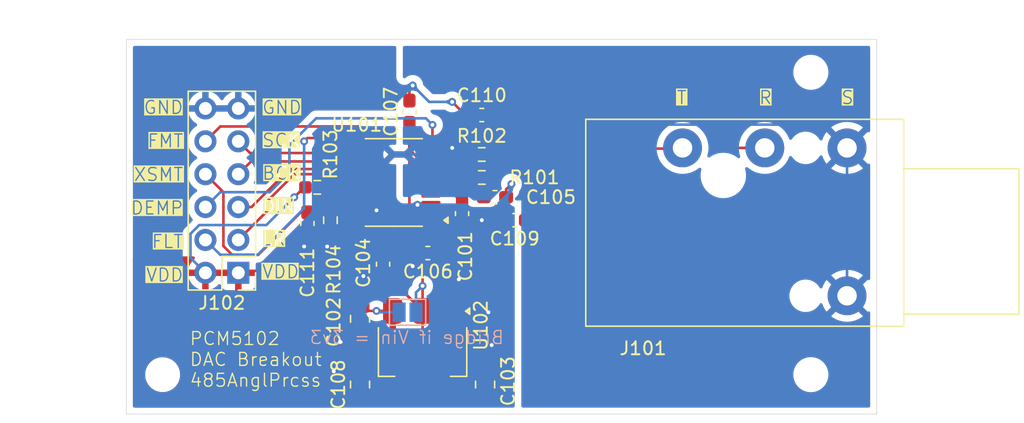
<source format=kicad_pcb>
(kicad_pcb (version 20240108) (generator "pcbnew") (generator_version "8.0")
  (layers (0 "F.Cu" signal) (31 "B.Cu" signal) (34 "B.Paste" user) (35 "F.Paste" user) (36 "B.SilkS" user "B.Silkscreen") (37 "F.SilkS" user "F.Silkscreen") (38 "B.Mask" user) (39 "F.Mask" user) (44 "Edge.Cuts" user))
  (net 0 "")
  (net 1 "Net-(U101-CAPP)")
  (net 2 "Net-(U101-CAPM)")
  (net 3 "GND")
  (net 4 "VDD")
  (net 5 "+3V3")
  (net 6 "Net-(U101-LDOO)")
  (net 7 "Net-(U101-VNEG)")
  (net 8 "Net-(J101-IN1)")
  (net 9 "Net-(J101-IN2)")
  (net 10 "/XSMT")
  (net 11 "/FMT")
  (net 12 "/DEMP")
  (net 13 "/FLT")
  (net 14 "GNDA")
  (net 15 "Net-(U101-OUTL)")
  (net 16 "Net-(U101-OUTR)")
  (net 17 "/SCK")
  (net 18 "/DIN")
  (net 19 "/LRCK")
  (net 20 "/BCK")
  (footprint "Capacitor_SMD:C_0603_1608Metric_Pad1.08x0.95mm_HandSolder" (layer "F.Cu") (at 148.336 74.422 -90)
    (property "Reference" "C111" (at 3.81 0 90) (layer "F.SilkS"))
    (property "Value" "2.2uF")
    (fp_line (start -0.146267 0.51) (end 0.146267 0.51) (stroke (width 0.12)) (layer "F.SilkS"))
    (fp_line (start -0.146267 -0.51) (end 0.146267 -0.51) (stroke (width 0.12)) (layer "F.SilkS"))
    (pad "1" smd roundrect (at -0.8625 0 270) (size 1.075 0.95) (layers "F.Cu" "F.Paste" "F.Mask") (net 10 "/XSMT"))
    (pad "2" smd roundrect (at 0.8625 0 270) (size 1.075 0.95) (layers "F.Cu" "F.Paste" "F.Mask") (net 3 "GND"))
  )
  (footprint "Capacitor_SMD:C_0603_1608Metric_Pad1.08x0.95mm_HandSolder" (layer "F.Cu") (at 157.6335 76.708 180)
    (property "Reference" "C106" (at 0 -1.43 0) (layer "F.SilkS"))
    (property "Value" "0.1uF")
    (fp_line (start -0.146267 0.51) (end 0.146267 0.51) (stroke (width 0.12)) (layer "F.SilkS"))
    (fp_line (start -0.146267 -0.51) (end 0.146267 -0.51) (stroke (width 0.12)) (layer "F.SilkS"))
    (pad "1" smd roundrect (at -0.8625 0 180) (size 1.075 0.95) (layers "F.Cu" "F.Paste" "F.Mask") (net 5 "+3V3"))
    (pad "2" smd roundrect (at 0.8625 0 180) (size 1.075 0.95) (layers "F.Cu" "F.Paste" "F.Mask") (net 3 "GND"))
  )
  (footprint "MountingHole:MountingHole_2.2mm_M2_DIN965" (layer "F.Cu") (at 187.198 86.106)
    (property "Reference" "REF**" (hide yes))
    (property "Value" "MountingHole_2.2mm_M2_DIN965")
    (pad "" np_thru_hole circle (at 0 0) (size 2.2 2.2) (drill 2.2) (layers "*.Cu" "*.Mask"))
  )
  (footprint "Resistor_SMD:R_0603_1608Metric_Pad0.98x0.95mm_HandSolder" (layer "F.Cu") (at 149.098 71.628)
    (property "Reference" "R103" (at 1.016 -2.54 90) (layer "F.SilkS"))
    (property "Value" "10k")
    (fp_line (start -0.254724 -0.5225) (end 0.254724 -0.5225) (stroke (width 0.12)) (layer "F.SilkS"))
    (fp_line (start -0.254724 0.5225) (end 0.254724 0.5225) (stroke (width 0.12)) (layer "F.SilkS"))
    (pad "1" smd roundrect (at -0.9125 0) (size 0.975 0.95) (layers "F.Cu" "F.Paste" "F.Mask") (net 4 "VDD"))
    (pad "2" smd roundrect (at 0.9125 0) (size 0.975 0.95) (layers "F.Cu" "F.Paste" "F.Mask") (net 10 "/XSMT"))
  )
  (footprint "Capacitor_SMD:C_0603_1608Metric_Pad1.08x0.95mm_HandSolder" (layer "F.Cu") (at 156.21 65.786 90)
    (property "Reference" "C107" (at 0 -1.43 90) (layer "F.SilkS"))
    (property "Value" "0.1uF")
    (fp_line (start -0.146267 -0.51) (end 0.146267 -0.51) (stroke (width 0.12)) (layer "F.SilkS"))
    (fp_line (start -0.146267 0.51) (end 0.146267 0.51) (stroke (width 0.12)) (layer "F.SilkS"))
    (pad "1" smd roundrect (at -0.8625 0 90) (size 1.075 0.95) (layers "F.Cu" "F.Paste" "F.Mask") (net 5 "+3V3"))
    (pad "2" smd roundrect (at 0.8625 0 90) (size 1.075 0.95) (layers "F.Cu" "F.Paste" "F.Mask") (net 3 "GND"))
  )
  (footprint "MountingHole:MountingHole_2.2mm_M2_DIN965" (layer "F.Cu") (at 137.16 86.106)
    (property "Reference" "REF**" (hide yes))
    (property "Value" "MountingHole_2.2mm_M2_DIN965")
    (pad "" np_thru_hole circle (at 0 0) (size 2.2 2.2) (drill 2.2) (layers "F&B.Cu" "*.Mask"))
  )
  (footprint "Capacitor_SMD:C_0805_2012Metric_Pad1.18x1.45mm_HandSolder" (layer "F.Cu") (at 152.4 81.788 -90)
    (property "Reference" "C102" (at 0.254 2.032 90) (layer "F.SilkS"))
    (property "Value" "10uF")
    (fp_line (start -0.261252 0.735) (end 0.261252 0.735) (stroke (width 0.12)) (layer "F.SilkS"))
    (fp_line (start -0.261252 -0.735) (end 0.261252 -0.735) (stroke (width 0.12)) (layer "F.SilkS"))
    (pad "1" smd roundrect (at -1.0375 0 270) (size 1.175 1.45) (layers "F.Cu" "F.Paste" "F.Mask") (roundrect_rratio 0.212766) (net 4 "VDD"))
    (pad "2" smd roundrect (at 1.0375 0 270) (size 1.175 1.45) (layers "F.Cu" "F.Paste" "F.Mask") (roundrect_rratio 0.212766) (net 3 "GND"))
  )
  (footprint "Capacitor_SMD:C_0805_2012Metric_Pad1.18x1.45mm_HandSolder" (layer "F.Cu") (at 162.052 86.868 90)
    (property "Reference" "C103" (at 0.254 1.778 90) (layer "F.SilkS"))
    (property "Value" "10uF")
    (fp_line (start -0.261252 -0.735) (end 0.261252 -0.735) (stroke (width 0.12)) (layer "F.SilkS"))
    (fp_line (start -0.261252 0.735) (end 0.261252 0.735) (stroke (width 0.12)) (layer "F.SilkS"))
    (pad "1" smd roundrect (at -1.0375 0 90) (size 1.175 1.45) (layers "F.Cu" "F.Paste" "F.Mask") (roundrect_rratio 0.212766) (net 5 "+3V3"))
    (pad "2" smd roundrect (at 1.0375 0 90) (size 1.175 1.45) (layers "F.Cu" "F.Paste" "F.Mask") (roundrect_rratio 0.212766) (net 3 "GND"))
  )
  (footprint "MountingHole:MountingHole_2.2mm_M2_DIN965" (layer "F.Cu") (at 187.198 62.738)
    (property "Reference" "REF**" (hide yes))
    (property "Value" "MountingHole_2.2mm_M2_DIN965")
    (pad "" np_thru_hole circle (at 0 0) (size 2.2 2.2) (drill 2.2) (layers "F&B.Cu" "*.Mask"))
  )
  (footprint "Capacitor_SMD:C_0603_1608Metric_Pad1.08x0.95mm_HandSolder" (layer "F.Cu") (at 164.338 74.168 180)
    (property "Reference" "C109" (at 0 -1.43 0) (layer "F.SilkS"))
    (property "Value" "0.1uF")
    (fp_line (start -0.146267 0.51) (end 0.146267 0.51) (stroke (width 0.12)) (layer "F.SilkS"))
    (fp_line (start -0.146267 -0.51) (end 0.146267 -0.51) (stroke (width 0.12)) (layer "F.SilkS"))
    (pad "1" smd roundrect (at -0.8625 0 180) (size 1.075 0.95) (layers "F.Cu" "F.Paste" "F.Mask") (net 8 "Net-(J101-IN1)"))
    (pad "2" smd roundrect (at 0.8625 0 180) (size 1.075 0.95) (layers "F.Cu" "F.Paste" "F.Mask") (net 3 "GND"))
  )
  (footprint "Capacitor_SMD:C_0603_1608Metric_Pad1.08x0.95mm_HandSolder" (layer "F.Cu") (at 161.798 66.04 180)
    (property "Reference" "C110" (at 0 1.524 0) (layer "F.SilkS"))
    (property "Value" "0.1uF")
    (fp_line (start -0.146267 0.51) (end 0.146267 0.51) (stroke (width 0.12)) (layer "F.SilkS"))
    (fp_line (start -0.146267 -0.51) (end 0.146267 -0.51) (stroke (width 0.12)) (layer "F.SilkS"))
    (pad "1" smd roundrect (at -0.8625 0 180) (size 1.075 0.95) (layers "F.Cu" "F.Paste" "F.Mask") (net 9 "Net-(J101-IN2)"))
    (pad "2" smd roundrect (at 0.8625 0 180) (size 1.075 0.95) (layers "F.Cu" "F.Paste" "F.Mask") (net 3 "GND"))
  )
  (footprint "Connector_Audio:Jack_6.35mm_Neutrik_NRJ3HF-1_Horizontal" (layer "F.Cu") (at 177.292 68.58)
    (property "Reference" "J101" (at -3.048 15.494 0) (layer "F.SilkS"))
    (property "Value" "Conn_Coaxial_x2")
    (fp_line (start -7.47 -2.21) (end 17.07 -2.21) (stroke (width 0.12)) (layer "F.SilkS"))
    (fp_line (start -7.47 13.78) (end -7.47 -2.21) (stroke (width 0.12)) (layer "F.SilkS"))
    (fp_line (start -7.47 13.78) (end 17.07 13.78) (stroke (width 0.12)) (layer "F.SilkS"))
    (fp_line (start 17.07 -2.21) (end 17.07 13.78) (stroke (width 0.12)) (layer "F.SilkS"))
    (fp_line (start 25.97 1.61) (end 17.07 1.61) (stroke (width 0.12)) (layer "F.SilkS"))
    (fp_line (start 25.97 12.85) (end 17.07 12.85) (stroke (width 0.12)) (layer "F.SilkS"))
    (fp_line (start 25.97 12.85) (end 25.97 1.61) (stroke (width 0.12)) (layer "F.SilkS"))
    (pad "" np_thru_hole circle (at 3.15 2.13) (size 3 3) (drill 3) (layers "*.Cu" "*.Mask"))
    (pad "" np_thru_hole circle (at 9.5 0) (size 2 2) (drill 2) (layers "*.Cu" "*.Mask"))
    (pad "" np_thru_hole circle (at 9.5 11.43) (size 2 2) (drill 2) (layers "*.Cu" "*.Mask"))
    (pad "1" thru_hole circle (at 0 0) (size 3 3) (drill 1.5) (layers "*.Cu" "*.Mask") (net 8 "Net-(J101-IN1)"))
    (pad "2" thru_hole circle (at 6.35 0) (size 3 3) (drill 1.5) (layers "*.Cu" "*.Mask") (net 9 "Net-(J101-IN2)"))
    (pad "3" thru_hole circle (at 12.7 0) (size 3 3) (drill 1.5) (layers "*.Cu" "*.Mask") (net 14 "GNDA"))
    (pad "3" thru_hole circle (at 12.7 11.43) (size 3 3) (drill 1.5) (layers "*.Cu" "*.Mask") (net 14 "GNDA"))
  )
  (footprint "Capacitor_SMD:C_0603_1608Metric_Pad1.08x0.95mm_HandSolder" (layer "F.Cu") (at 160.274 73.66 90)
    (property "Reference" "C101" (at -3.302 0.254 90) (layer "F.SilkS"))
    (property "Value" "2.2uF")
    (fp_line (start -0.146267 -0.51) (end 0.146267 -0.51) (stroke (width 0.12)) (layer "F.SilkS"))
    (fp_line (start -0.146267 0.51) (end 0.146267 0.51) (stroke (width 0.12)) (layer "F.SilkS"))
    (pad "1" smd roundrect (at -0.8625 0 90) (size 1.075 0.95) (layers "F.Cu" "F.Paste" "F.Mask") (net 1 "Net-(U101-CAPP)"))
    (pad "2" smd roundrect (at 0.8625 0 90) (size 1.075 0.95) (layers "F.Cu" "F.Paste" "F.Mask") (net 2 "Net-(U101-CAPM)"))
  )
  (footprint "Capacitor_SMD:C_0805_2012Metric_Pad1.18x1.45mm_HandSolder" (layer "F.Cu") (at 152.4 86.868 90)
    (property "Reference" "C108" (at 0 -1.68 90) (layer "F.SilkS"))
    (property "Value" "10uF")
    (fp_line (start -0.261252 -0.735) (end 0.261252 -0.735) (stroke (width 0.12)) (layer "F.SilkS"))
    (fp_line (start -0.261252 0.735) (end 0.261252 0.735) (stroke (width 0.12)) (layer "F.SilkS"))
    (pad "1" smd roundrect (at -1.0375 0 90) (size 1.175 1.45) (layers "F.Cu" "F.Paste" "F.Mask") (roundrect_rratio 0.212766) (net 5 "+3V3"))
    (pad "2" smd roundrect (at 1.0375 0 90) (size 1.175 1.45) (layers "F.Cu" "F.Paste" "F.Mask") (roundrect_rratio 0.212766) (net 3 "GND"))
  )
  (footprint "Capacitor_SMD:C_0603_1608Metric_Pad1.08x0.95mm_HandSolder" (layer "F.Cu") (at 154.178 77.5705 -90)
    (property "Reference" "C104" (at -0.1005 1.524 90) (layer "F.SilkS"))
    (property "Value" "0.1uF")
    (fp_line (start -0.146267 0.51) (end 0.146267 0.51) (stroke (width 0.12)) (layer "F.SilkS"))
    (fp_line (start -0.146267 -0.51) (end 0.146267 -0.51) (stroke (width 0.12)) (layer "F.SilkS"))
    (pad "1" smd roundrect (at -0.8625 0 270) (size 1.075 0.95) (layers "F.Cu" "F.Paste" "F.Mask") (net 6 "Net-(U101-LDOO)"))
    (pad "2" smd roundrect (at 0.8625 0 270) (size 1.075 0.95) (layers "F.Cu" "F.Paste" "F.Mask") (net 3 "GND"))
  )
  (footprint "Package_TO_SOT_SMD:SOT-223-3_TabPin2" (layer "F.Cu") (at 157.226 84.328 -90)
    (property "Reference" "U102" (at -2.032 -4.5 90) (layer "F.SilkS"))
    (property "Value" "AZ1117-3.3")
    (fp_line (start -1.85 3.41) (end 1.91 3.41) (stroke (width 0.12)) (layer "F.SilkS"))
    (fp_line (start 1.91 3.41) (end 1.91 2.15) (stroke (width 0.12)) (layer "F.SilkS"))
    (fp_line (start -1.85 -3.41) (end 1.91 -3.41) (stroke (width 0.12)) (layer "F.SilkS"))
    (fp_line (start 1.91 -3.41) (end 1.91 -2.15) (stroke (width 0.12)) (layer "F.SilkS"))
    (fp_poly (pts (xy -3.13 -3.31) (xy -3.37 -3.64) (xy -2.89 -3.64) (xy -3.13 -3.31)) (stroke (width 0.12)) (fill solid) (layer "F.SilkS"))
    (pad "1" smd roundrect (at -3.15 -2.3 270) (size 2 1.5) (layers "F.Cu" "F.Paste" "F.Mask") (net 3 "GND"))
    (pad "2" smd roundrect (at -3.15 0 270) (size 2 1.5) (layers "F.Cu" "F.Paste" "F.Mask") (net 5 "+3V3"))
    (pad "2" smd roundrect (at 3.15 0 270) (size 2 3.8) (layers "F.Cu" "F.Paste" "F.Mask") (net 5 "+3V3"))
    (pad "3" smd roundrect (at -3.15 2.3 270) (size 2 1.5) (layers "F.Cu" "F.Paste" "F.Mask") (net 4 "VDD"))
  )
  (footprint "Capacitor_SMD:C_0603_1608Metric_Pad1.08x0.95mm_HandSolder" (layer "F.Cu") (at 162.814 72.39)
    (property "Reference" "C105" (at 4.318 0 180) (layer "F.SilkS"))
    (property "Value" "0.1uF")
    (fp_line (start -0.146267 -0.51) (end 0.146267 -0.51) (stroke (width 0.12)) (layer "F.SilkS"))
    (fp_line (start -0.146267 0.51) (end 0.146267 0.51) (stroke (width 0.12)) (layer "F.SilkS"))
    (pad "1" smd roundrect (at -0.8625 0) (size 1.075 0.95) (layers "F.Cu" "F.Paste" "F.Mask") (net 7 "Net-(U101-VNEG)"))
    (pad "2" smd roundrect (at 0.8625 0) (size 1.075 0.95) (layers "F.Cu" "F.Paste" "F.Mask") (net 3 "GND"))
  )
  (footprint "Resistor_SMD:R_0603_1608Metric_Pad0.98x0.95mm_HandSolder" (layer "F.Cu") (at 150.114 74.168 -90)
    (property "Reference" "R104" (at 3.81 -0.254 90) (layer "F.SilkS"))
    (property "Value" "3.3k")
    (fp_line (start -0.254724 0.5225) (end 0.254724 0.5225) (stroke (width 0.12)) (layer "F.SilkS"))
    (fp_line (start -0.254724 -0.5225) (end 0.254724 -0.5225) (stroke (width 0.12)) (layer "F.SilkS"))
    (pad "1" smd roundrect (at -0.9125 0 270) (size 0.975 0.95) (layers "F.Cu" "F.Paste" "F.Mask") (net 10 "/XSMT"))
    (pad "2" smd roundrect (at 0.9125 0 270) (size 0.975 0.95) (layers "F.Cu" "F.Paste" "F.Mask") (net 3 "GND"))
  )
  (footprint "Resistor_SMD:R_0603_1608Metric_Pad0.98x0.95mm_HandSolder" (layer "F.Cu") (at 161.798 70.866)
    (property "Reference" "R101" (at 4.064 0 180) (layer "F.SilkS"))
    (property "Value" "75")
    (fp_line (start -0.254724 -0.5225) (end 0.254724 -0.5225) (stroke (width 0.12)) (layer "F.SilkS"))
    (fp_line (start -0.254724 0.5225) (end 0.254724 0.5225) (stroke (width 0.12)) (layer "F.SilkS"))
    (pad "1" smd roundrect (at -0.9125 0) (size 0.975 0.95) (layers "F.Cu" "F.Paste" "F.Mask") (net 15 "Net-(U101-OUTL)"))
    (pad "2" smd roundrect (at 0.9125 0) (size 0.975 0.95) (layers "F.Cu" "F.Paste" "F.Mask") (net 8 "Net-(J101-IN1)"))
  )
  (footprint "Connector_PinHeader_2.54mm:PinHeader_2x06_P2.54mm_Vertical" (layer "F.Cu") (at 143.002 78.232 180)
    (property "Reference" "J102" (at 1.27 -2.33 0) (layer "F.SilkS"))
    (property "Value" "Conn_02x06_Odd_Even")
    (fp_line (start 3.87 -1.33) (end 3.87 14.03) (stroke (width 0.12)) (layer "F.SilkS"))
    (fp_line (start 1.27 1.27) (end 1.27 -1.33) (stroke (width 0.12)) (layer "F.SilkS"))
    (fp_line (start 1.27 -1.33) (end 3.87 -1.33) (stroke (width 0.12)) (layer "F.SilkS"))
    (fp_line (start -1.33 14.03) (end 3.87 14.03) (stroke (width 0.12)) (layer "F.SilkS"))
    (fp_line (start -1.33 1.27) (end 1.27 1.27) (stroke (width 0.12)) (layer "F.SilkS"))
    (fp_line (start -1.33 1.27) (end -1.33 14.03) (stroke (width 0.12)) (layer "F.SilkS"))
    (fp_line (start -1.33 0) (end -1.33 -1.33) (stroke (width 0.12)) (layer "F.SilkS"))
    (fp_line (start -1.33 -1.33) (end 0 -1.33) (stroke (width 0.12)) (layer "F.SilkS"))
    (pad "1" thru_hole rect (at 0 0 180) (size 1.7 1.7) (drill 1) (layers "*.Cu" "*.Mask") (net 4 "VDD"))
    (pad "2" thru_hole oval (at 2.54 0 180) (size 1.7 1.7) (drill 1) (layers "*.Cu" "*.Mask") (net 4 "VDD"))
    (pad "3" thru_hole oval (at 0 2.54 180) (size 1.7 1.7) (drill 1) (layers "*.Cu" "*.Mask") (net 19 "/LRCK"))
    (pad "4" thru_hole oval (at 2.54 2.54 180) (size 1.7 1.7) (drill 1) (layers "*.Cu" "*.Mask") (net 13 "/FLT"))
    (pad "5" thru_hole oval (at 0 5.08 180) (size 1.7 1.7) (drill 1) (layers "*.Cu" "*.Mask") (net 18 "/DIN"))
    (pad "6" thru_hole oval (at 2.54 5.08 180) (size 1.7 1.7) (drill 1) (layers "*.Cu" "*.Mask") (net 12 "/DEMP"))
    (pad "7" thru_hole oval (at 0 7.62 180) (size 1.7 1.7) (drill 1) (layers "*.Cu" "*.Mask") (net 20 "/BCK"))
    (pad "8" thru_hole oval (at 2.54 7.62 180) (size 1.7 1.7) (drill 1) (layers "*.Cu" "*.Mask") (net 10 "/XSMT"))
    (pad "9" thru_hole oval (at 0 10.16 180) (size 1.7 1.7) (drill 1) (layers "*.Cu" "*.Mask") (net 17 "/SCK"))
    (pad "10" thru_hole oval (at 2.54 10.16 180) (size 1.7 1.7) (drill 1) (layers "*.Cu" "*.Mask") (net 11 "/FMT"))
    (pad "11" thru_hole oval (at 0 12.7 180) (size 1.7 1.7) (drill 1) (layers "*.Cu" "*.Mask") (net 3 "GND"))
    (pad "12" thru_hole oval (at 2.54 12.7 180) (size 1.7 1.7) (drill 1) (layers "*.Cu" "*.Mask") (net 3 "GND"))
  )
  (footprint "Resistor_SMD:R_0603_1608Metric_Pad0.98x0.95mm_HandSolder" (layer "F.Cu") (at 161.798 69.088)
    (property "Reference" "R102" (at 0 -1.43 0) (layer "F.SilkS"))
    (property "Value" "75")
    (fp_line (start -0.254724 -0.5225) (end 0.254724 -0.5225) (stroke (width 0.12)) (layer "F.SilkS"))
    (fp_line (start -0.254724 0.5225) (end 0.254724 0.5225) (stroke (width 0.12)) (layer "F.SilkS"))
    (pad "1" smd roundrect (at -0.9125 0) (size 0.975 0.95) (layers "F.Cu" "F.Paste" "F.Mask") (net 16 "Net-(U101-OUTR)"))
    (pad "2" smd roundrect (at 0.9125 0) (size 0.975 0.95) (layers "F.Cu" "F.Paste" "F.Mask") (net 9 "Net-(J101-IN2)"))
  )
  (footprint "Package_SO:TSSOP-20_4.4x6.5mm_P0.65mm" (layer "F.Cu") (at 155.0085 71.251 180)
    (property "Reference" "U101" (at 2.8625 4.449 0) (layer "F.SilkS"))
    (property "Value" "PCM5102A")
    (fp_line (start 0 3.385) (end 2.2 3.385) (stroke (width 0.12)) (layer "F.SilkS"))
    (fp_line (start 0 3.385) (end -2.2 3.385) (stroke (width 0.12)) (layer "F.SilkS"))
    (fp_line (start 0 -3.385) (end 2.2 -3.385) (stroke (width 0.12)) (layer "F.SilkS"))
    (fp_line (start 0 -3.385) (end -2.2 -3.385) (stroke (width 0.12)) (layer "F.SilkS"))
    (fp_poly (pts (xy -3.86 -2.925) (xy -4.19 -3.165) (xy -4.19 -2.685) (xy -3.86 -2.925)) (stroke (width 0.12)) (fill solid) (layer "F.SilkS"))
    (pad "1" smd roundrect (at -2.8625 -2.925 180) (size 1.475 0.4) (layers "F.Cu" "F.Paste" "F.Mask") (net 5 "+3V3"))
    (pad "2" smd roundrect (at -2.8625 -2.275 180) (size 1.475 0.4) (layers "F.Cu" "F.Paste" "F.Mask") (net 1 "Net-(U101-CAPP)"))
    (pad "3" smd roundrect (at -2.8625 -1.625 180) (size 1.475 0.4) (layers "F.Cu" "F.Paste" "F.Mask") (net 3 "GND"))
    (pad "4" smd roundrect (at -2.8625 -0.975 180) (size 1.475 0.4) (layers "F.Cu" "F.Paste" "F.Mask") (net 2 "Net-(U101-CAPM)"))
    (pad "5" smd roundrect (at -2.8625 -0.325 180) (size 1.475 0.4) (layers "F.Cu" "F.Paste" "F.Mask") (net 7 "Net-(U101-VNEG)"))
    (pad "6" smd roundrect (at -2.8625 0.325 180) (size 1.475 0.4) (layers "F.Cu" "F.Paste" "F.Mask") (net 15 "Net-(U101-OUTL)"))
    (pad "7" smd roundrect (at -2.8625 0.975 180) (size 1.475 0.4) (layers "F.Cu" "F.Paste" "F.Mask") (net 16 "Net-(U101-OUTR)"))
    (pad "8" smd roundrect (at -2.8625 1.625 180) (size 1.475 0.4) (layers "F.Cu" "F.Paste" "F.Mask") (net 5 "+3V3"))
    (pad "9" smd roundrect (at -2.8625 2.275 180) (size 1.475 0.4) (layers "F.Cu" "F.Paste" "F.Mask") (net 14 "GNDA"))
    (pad "10" smd roundrect (at -2.8625 2.925 180) (size 1.475 0.4) (layers "F.Cu" "F.Paste" "F.Mask") (net 12 "/DEMP"))
    (pad "11" smd roundrect (at 2.8625 2.925 180) (size 1.475 0.4) (layers "F.Cu" "F.Paste" "F.Mask") (net 13 "/FLT"))
    (pad "12" smd roundrect (at 2.8625 2.275 180) (size 1.475 0.4) (layers "F.Cu" "F.Paste" "F.Mask") (net 17 "/SCK"))
    (pad "13" smd roundrect (at 2.8625 1.625 180) (size 1.475 0.4) (layers "F.Cu" "F.Paste" "F.Mask") (net 20 "/BCK"))
    (pad "14" smd roundrect (at 2.8625 0.975 180) (size 1.475 0.4) (layers "F.Cu" "F.Paste" "F.Mask") (net 18 "/DIN"))
    (pad "15" smd roundrect (at 2.8625 0.325 180) (size 1.475 0.4) (layers "F.Cu" "F.Paste" "F.Mask") (net 19 "/LRCK"))
    (pad "16" smd roundrect (at 2.8625 -0.325 180) (size 1.475 0.4) (layers "F.Cu" "F.Paste" "F.Mask") (net 11 "/FMT"))
    (pad "17" smd roundrect (at 2.8625 -0.975 180) (size 1.475 0.4) (layers "F.Cu" "F.Paste" "F.Mask") (net 10 "/XSMT"))
    (pad "18" smd roundrect (at 2.8625 -1.625 180) (size 1.475 0.4) (layers "F.Cu" "F.Paste" "F.Mask") (net 6 "Net-(U101-LDOO)"))
    (pad "19" smd roundrect (at 2.8625 -2.275 180) (size 1.475 0.4) (layers "F.Cu" "F.Paste" "F.Mask") (net 3 "GND"))
    (pad "20" smd roundrect (at 2.8625 -2.925 180) (size 1.475 0.4) (layers "F.Cu" "F.Paste" "F.Mask") (net 5 "+3V3"))
  )
  (footprint "Jumper:SolderJumper-2_P1.3mm_Open_Pad1.0x1.5mm" (layer "B.Cu") (at 156.068 81.28)
    (property "Reference" "JP101" (hide yes))
    (property "Value" "Jumper_2_Open")
    (fp_line (start -1.4 -1) (end 1.4 -1) (stroke (width 0.12)) (layer "B.SilkS"))
    (fp_line (start -1.4 1) (end -1.4 -1) (stroke (width 0.12)) (layer "B.SilkS"))
    (fp_line (start 1.4 -1) (end 1.4 1) (stroke (width 0.12)) (layer "B.SilkS"))
    (fp_line (start 1.4 1) (end -1.4 1) (stroke (width 0.12)) (layer "B.SilkS"))
    (pad "1" smd rect (at -0.65 0) (size 1 1.5) (layers "B.Cu" "B.Mask") (net 4 "VDD"))
    (pad "2" smd rect (at 0.65 0) (size 1 1.5) (layers "B.Cu" "B.Mask") (net 5 "+3V3"))
  )
  (footprint "NetTie:NetTie-2_SMD_Pad0.5mm" (layer "B.Cu") (at 155.44 69.088)
    (property "Reference" "NT101" (hide yes))
    (property "Value" "NetTie_2" (hide yes))
    (fp_poly (pts (xy -0.5 0.25) (xy 0.5 0.25) (xy 0.5 -0.25) (xy -0.5 -0.25)) (fill solid) (layer "B.Cu"))
    (pad "1" smd circle (at -0.5 0) (size 0.5 0.5) (layers "B.Cu") (net 3 "GND"))
    (pad "2" smd circle (at 0.5 0) (size 0.5 0.5) (layers "B.Cu") (net 14 "GNDA"))
  )
  (gr_rect (start 134.366 60.198) (end 192.278 89.154) (stroke (width 0.05)) (fill none) (layer "Edge.Cuts"))
  (gr_text "Bridge if Vin = 3v3" (at 163.576 83.82 0) (layer "B.SilkS") (effects (font (size 1 1) (thickness 0.1)) (justify left bottom mirror)))
  (gr_text "S" (at 189.484 65.278 0) (layer "F.SilkS" knockout) (effects (font (size 1 1) (thickness 0.1)) (justify left bottom)))
  (gr_text "BCK" (at 144.78 71.12 0) (layer "F.SilkS" knockout) (effects (font (size 1 1) (thickness 0.1)) (justify left bottom)))
  (gr_text "VDD" (at 144.78 78.74 0) (layer "F.SilkS" knockout) (effects (font (size 1 1) (thickness 0.1)) (justify left bottom)))
  (gr_text "T" (at 176.784 65.278 0) (layer "F.SilkS" knockout) (effects (font (size 1 1) (thickness 0.1)) (justify left bottom)))
  (gr_text "PCM5102\nDAC Breakout\n485AnglPrcss" (at 139.192 87.122 0) (layer "F.SilkS") (effects (font (size 1 1) (thickness 0.1)) (justify left bottom)))
  (gr_text "DIN" (at 144.78 73.66 0) (layer "F.SilkS" knockout) (effects (font (size 1 1) (thickness 0.1)) (justify left bottom)))
  (gr_text "LR" (at 144.78 76.2 0) (layer "F.SilkS" knockout) (effects (font (size 1 1) (thickness 0.1)) (justify left bottom)))
  (gr_text "FMT" (at 135.921619 68.6308 0) (layer "F.SilkS" knockout) (effects (font (size 1 1) (thickness 0.1)) (justify left bottom)))
  (gr_text "XSMT" (at 134.874 71.2216 0) (layer "F.SilkS" knockout) (effects (font (size 1 1) (thickness 0.1)) (justify left bottom)))
  (gr_text "VDD" (at 135.826381 78.994 0) (layer "F.SilkS" knockout) (effects (font (size 1 1) (thickness 0.1)) (justify left bottom)))
  (gr_text "R" (at 183.134 65.278 0) (layer "F.SilkS" knockout) (effects (font (size 1 1) (thickness 0.1)) (justify left bottom)))
  (gr_text "SCK" (at 144.78 68.58 0) (layer "F.SilkS" knockout) (effects (font (size 1 1) (thickness 0.1)) (justify left bottom)))
  (gr_text "DEMP" (at 134.635905 73.8124 0) (layer "F.SilkS" knockout) (effects (font (size 1 1) (thickness 0.1)) (justify left bottom)))
  (gr_text "FLT" (at 136.254952 76.4032 0) (layer "F.SilkS" knockout) (effects (font (size 1 1) (thickness 0.1)) (justify left bottom)))
  (gr_text "GND" (at 135.635905 66.04 0) (layer "F.SilkS" knockout) (effects (font (size 1 1) (thickness 0.1)) (justify left bottom)))
  (gr_text "GND" (at 144.78 66.04 0) (layer "F.SilkS" knockout) (effects (font (size 1 1) (thickness 0.1)) (justify left bottom)))
  (segment (start 160.274 74.5225) (end 159.2775 73.526) (width 0.2) (layer "F.Cu") (net 1))
  (segment (start 159.2775 73.526) (end 157.871 73.526) (width 0.2) (layer "F.Cu") (net 1))
  (segment (start 159.7025 72.226) (end 157.871 72.226) (width 0.2) (layer "F.Cu") (net 2))
  (segment (start 160.274 72.7975) (end 159.7025 72.226) (width 0.2) (layer "F.Cu") (net 2))
  (segment (start 157.9345 72.2895) (end 157.871 72.226) (width 0.2) (layer "F.Cu") (net 2))
  (segment (start 163.6765 71.7815) (end 164.084 71.374) (width 0.2) (layer "F.Cu") (net 3))
  (segment (start 152.707 78.433) (end 152.654 78.486) (width 0.2) (layer "F.Cu") (net 3))
  (segment (start 150.114 75.0805) (end 149.86 75.3345) (width 0.2) (layer "F.Cu") (net 3))
  (segment (start 153.55 73.526) (end 153.67 73.406) (width 0.2) (layer "F.Cu") (net 3))
  (segment (start 159.526 81.178) (end 162.204 81.178) (width 0.2) (layer "F.Cu") (net 3))
  (segment (start 156.771 76.708) (end 156.771 77.417) (width 0.2) (layer "F.Cu") (net 3))
  (segment (start 156.21 64.008) (end 156.464 63.754) (width 0.2) (layer "F.Cu") (net 3))
  (segment (start 154.178 78.433) (end 152.707 78.433) (width 0.2) (layer "F.Cu") (net 3))
  (segment (start 148.082 75.5385) (end 148.082 76.2) (width 0.2) (layer "F.Cu") (net 3))
  (segment (start 149.86 75.3345) (end 149.86 76.2) (width 0.2) (layer "F.Cu") (net 3))
  (segment (start 157.871 72.876) (end 157.133501 72.876) (width 0.2) (layer "F.Cu") (net 3))
  (segment (start 156.771 73.238501) (end 156.771 76.708) (width 0.2) (layer "F.Cu") (net 3))
  (segment (start 156.933771 72.876) (end 156.832187 72.977584) (width 0.2) (layer "F.Cu") (net 3))
  (segment (start 150.3895 85.8305) (end 150.368 85.852) (width 0.2) (layer "F.Cu") (net 3))
  (segment (start 157.133501 72.876) (end 156.771 73.238501) (width 0.2) (layer "F.Cu") (net 3))
  (segment (start 162.204 81.178) (end 162.306 81.28) (width 0.2) (layer "F.Cu") (net 3))
  (segment (start 160.9355 66.04) (end 160.528 66.04) (width 0.2) (layer "F.Cu") (net 3))
  (segment (start 159.526 79.234) (end 160.02 78.74) (width 0.2) (layer "F.Cu") (net 3))
  (segment (start 163.6765 72.39) (end 163.6765 71.7815) (width 0.2) (layer "F.Cu") (net 3))
  (segment (start 161.798 74.168) (end 163.4755 74.168) (width 0.2) (layer "F.Cu") (net 3))
  (segment (start 150.114 74.62425) (end 151.21225 73.526) (width 0.2) (layer "F.Cu") (net 3))
  (segment (start 157.871 72.876) (end 156.933771 72.876) (width 0.2) (layer "F.Cu") (net 3))
  (segment (start 152.146 73.526) (end 153.55 73.526) (width 0.2) (layer "F.Cu") (net 3))
  (segment (start 162.052 85.8305) (end 162.052 84.328) (width 0.2) (layer "F.Cu") (net 3))
  (segment (start 152.4 85.8305) (end 150.3895 85.8305) (width 0.2) (layer "F.Cu") (net 3))
  (segment (start 148.336 75.2845) (end 148.082 75.5385) (width 0.2) (layer "F.Cu") (net 3))
  (segment (start 160.528 66.04) (end 159.512 65.024) (width 0.2) (layer "F.Cu") (net 3))
  (segment (start 156.771 77.417) (end 156.464 77.724) (width 0.2) (layer "F.Cu") (net 3))
  (segment (start 159.526 81.178) (end 159.526 79.234) (width 0.2) (layer "F.Cu") (net 3))
  (segment (start 151.6165 82.8255) (end 150.876 83.566) (width 0.2) (layer "F.Cu") (net 3))
  (segment (start 150.114 75.0805) (end 150.114 74.62425) (width 0.2) (layer "F.Cu") (net 3))
  (segment (start 162.052 84.328) (end 162.56 83.82) (width 0.2) (layer "F.Cu") (net 3))
  (segment (start 151.21225 73.526) (end 152.146 73.526) (width 0.2) (layer "F.Cu") (net 3))
  (segment (start 152.4 82.8255) (end 151.6165 82.8255) (width 0.2) (layer "F.Cu") (net 3))
  (segment (start 156.21 64.9235) (end 156.21 64.008) (width 0.2) (layer "F.Cu") (net 3))
  (via (at 149.86 76.2) (size 0.6) (drill 0.3) (layers "F.Cu" "B.Cu") (net 3))
  (via (at 162.56 83.82) (size 0.6) (drill 0.3) (layers "F.Cu" "B.Cu") (net 3))
  (via (at 150.876 83.566) (size 0.6) (drill 0.3) (layers "F.Cu" "B.Cu") (net 3))
  (via (at 156.832187 72.977584) (size 0.6) (drill 0.3) (layers "F.Cu" "B.Cu") (net 3))
  (via (at 150.368 85.852) (size 0.6) (drill 0.3) (layers "F.Cu" "B.Cu") (net 3))
  (via (at 156.464 63.754) (size 0.6) (drill 0.3) (layers "F.Cu" "B.Cu") (net 3))
  (via (at 153.67 73.406) (size 0.6) (drill 0.3) (layers "F.Cu" "B.Cu") (net 3))
  (via (at 148.082 76.2) (size 0.6) (drill 0.3) (layers "F.Cu" "B.Cu") (net 3))
  (via (at 152.654 78.486) (size 0.6) (drill 0.3) (layers "F.Cu" "B.Cu") (net 3))
  (via (at 156.464 77.724) (size 0.6) (drill 0.3) (layers "F.Cu" "B.Cu") (net 3))
  (via (at 161.798 74.168) (size 0.6) (drill 0.3) (layers "F.Cu" "B.Cu") (net 3))
  (via (at 164.084 71.374) (size 0.6) (drill 0.3) (layers "F.Cu" "B.Cu") (net 3))
  (via (at 160.02 78.74) (size 0.6) (drill 0.3) (layers "F.Cu" "B.Cu") (net 3))
  (via (at 162.306 81.28) (size 0.6) (drill 0.3) (layers "F.Cu" "B.Cu") (net 3))
  (via (at 159.512 65.024) (size 0.6) (drill 0.3) (layers "F.Cu" "B.Cu") (net 3))
  (segment (start 156.832187 72.977584) (end 153.844416 72.977584) (width 0.2) (layer "B.Cu") (net 3))
  (segment (start 149.86 76.2) (end 150.876 76.2) (width 0.2) (layer "B.Cu") (net 3))
  (segment (start 162.306 81.026) (end 162.306 81.28) (width 0.2) (layer "B.Cu") (net 3))
  (segment (start 143.764 80.518) (end 137.922 80.518) (width 0.2) (layer "B.Cu") (net 3))
  (segment (start 146.812 83.566) (end 143.764 80.518) (width 0.2) (layer "B.Cu") (net 3))
  (segment (start 153.416 73.406) (end 153.67 73.406) (width 0.2) (layer "B.Cu") (net 3))
  (segment (start 150.876 76.2) (end 153.67 73.406) (width 0.2) (layer "B.Cu") (net 3))
  (segment (start 156.464 63.754) (end 154.686 65.532) (width 0.2) (layer "B.Cu") (net 3))
  (segment (start 164.084 71.882) (end 161.798 74.168) (width 0.2) (layer "B.Cu") (net 3))
  (segment (start 160.02 78.74) (end 162.306 81.026) (width 0.2) (layer "B.Cu") (net 3))
  (segment (start 160.607584 72.977584) (end 156.832187 72.977584) (width 0.2) (layer "B.Cu") (net 3))
  (segment (start 138.43 65.532) (end 140.462 65.532) (width 0.2) (layer "B.Cu") (net 3))
  (segment (start 150.876 83.566) (end 146.812 83.566) (width 0.2) (layer "B.Cu") (net 3))
  (segment (start 154.686 65.532) (end 143.002 65.532) (width 0.2) (layer "B.Cu") (net 3))
  (segment (start 152.654 78.486) (end 152.654 81.788) (width 0.2) (layer "B.Cu") (net 3))
  (segment (start 148.082 76.2) (end 144.9 79.382) (width 0.2) (layer "B.Cu") (net 3))
  (segment (start 153.844416 72.977584) (end 153.416 73.406) (width 0.2) (layer "B.Cu") (net 3))
  (segment (start 157.734 65.024) (end 156.464 63.754) (width 0.2) (layer "B.Cu") (net 3))
  (segment (start 149.86 76.2) (end 148.082 76.2) (width 0.2) (layer "B.Cu") (net 3))
  (segment (start 159.004 77.724) (end 160.02 78.74) (width 0.2) (layer "B.Cu") (net 3))
  (segment (start 144.9 79.382) (end 144.9 79.636) (width 0.2) (layer "B.Cu") (net 3))
  (segment (start 152.654 78.486) (end 155.702 78.486) (width 0.2) (layer "B.Cu") (net 3))
  (segment (start 162.306 83.566) (end 162.56 83.82) (width 0.2) (layer "B.Cu") (net 3))
  (segment (start 159.512 65.024) (end 157.734 65.024) (width 0.2) (layer "B.Cu") (net 3))
  (segment (start 156.464 77.724) (end 159.004 77.724) (width 0.2) (layer "B.Cu") (net 3))
  (segment (start 161.798 74.168) (end 160.607584 72.977584) (width 0.2) (layer "B.Cu") (net 3))
  (segment (start 137.922 66.04) (end 138.43 65.532) (width 0.2) (layer "B.Cu") (net 3))
  (segment (start 150.368 85.852) (end 150.368 84.074) (width 0.2) (layer "B.Cu") (net 3))
  (segment (start 162.306 81.28) (end 162.306 83.566) (width 0.2) (layer "B.Cu") (net 3))
  (segment (start 144.018 80.518) (end 143.764 80.518) (width 0.2) (layer "B.Cu") (net 3))
  (segment (start 150.368 84.074) (end 150.876 83.566) (width 0.2) (layer "B.Cu") (net 3))
  (segment (start 152.654 81.788) (end 150.876 83.566) (width 0.2) (layer "B.Cu") (net 3))
  (segment (start 144.9 79.636) (end 144.018 80.518) (width 0.2) (layer "B.Cu") (net 3))
  (segment (start 137.922 80.518) (end 137.922 66.04) (width 0.2) (layer "B.Cu") (net 3))
  (segment (start 155.702 78.486) (end 156.464 77.724) (width 0.2) (layer "B.Cu") (net 3))
  (segment (start 164.084 71.374) (end 164.084 71.882) (width 0.2) (layer "B.Cu") (net 3))
  (segment (start 143.002 78.232) (end 144.272 78.232) (width 0.2) (layer "F.Cu") (net 4))
  (segment (start 148.082 71.628) (end 147.32 72.39) (width 0.2) (layer "F.Cu") (net 4))
  (segment (start 148.1855 71.628) (end 148.082 71.628) (width 0.2) (layer "F.Cu") (net 4))
  (segment (start 140.462 78.232) (end 143.002 78.232) (width 0.2) (layer "F.Cu") (net 4))
  (segment (start 153.67 81.178) (end 152.8275 81.178) (width 0.2) (layer "F.Cu") (net 4))
  (segment (start 152.8275 81.178) (end 152.4 80.7505) (width 0.2) (layer "F.Cu") (net 4))
  (segment (start 154.926 81.178) (end 153.67 81.178) (width 0.2) (layer "F.Cu") (net 4))
  (segment (start 146.7905 80.7505) (end 152.4 80.7505) (width 0.2) (layer "F.Cu") (net 4))
  (segment (start 144.272 78.232) (end 146.7905 80.7505) (width 0.2) (layer "F.Cu") (net 4))
  (via (at 153.67 81.178) (size 0.6) (drill 0.3) (layers "F.Cu" "B.Cu") (net 4))
  (via (at 147.32 72.39) (size 0.6) (drill 0.3) (layers "F.Cu" "B.Cu") (net 4))
  (segment (start 139.985654 74.542) (end 139.312 75.215654) (width 0.2) (layer "B.Cu") (net 4))
  (segment (start 155.418 81.28) (end 153.772 81.28) (width 0.2) (layer "B.Cu") (net 4))
  (segment (start 145.168 74.542) (end 139.985654 74.542) (width 0.2) (layer "B.Cu") (net 4))
  (segment (start 153.772 81.28) (end 153.67 81.178) (width 0.2) (layer "B.Cu") (net 4))
  (segment (start 139.312 77.082) (end 140.462 78.232) (width 0.2) (layer "B.Cu") (net 4))
  (segment (start 139.312 75.215654) (end 139.312 77.082) (width 0.2) (layer "B.Cu") (net 4))
  (segment (start 147.32 72.39) (end 145.168 74.542) (width 0.2) (layer "B.Cu") (net 4))
  (segment (start 157.133501 69.626) (end 157.871 69.626) (width 0.2) (layer "F.Cu") (net 5))
  (segment (start 162.052 87.9055) (end 157.6535 87.9055) (width 0.2) (layer "F.Cu") (net 5))
  (segment (start 157.226 87.478) (end 152.8275 87.478) (width 0.2) (layer "F.Cu") (net 5))
  (segment (start 157.6535 87.9055) (end 157.226 87.478) (width 0.2) (layer "F.Cu") (net 5))
  (segment (start 156.21 68.702499) (end 157.133501 69.626) (width 0.2) (layer "F.Cu") (net 5))
  (segment (start 158.496 76.708) (end 158.496 74.801) (width 0.2) (layer "F.Cu") (net 5))
  (segment (start 151.946 74.376) (end 151.946 78.626529) (width 0.2) (layer "F.Cu") (net 5))
  (segment (start 153.197471 79.878) (end 155.926 79.878) (width 0.2) (layer "F.Cu") (net 5))
  (segment (start 158.496 74.801) (end 157.871 74.176) (width 0.2) (layer "F.Cu") (net 5))
  (segment (start 151.946 78.626529) (end 153.197471 79.878) (width 0.2) (layer "F.Cu") (net 5))
  (segment (start 157.226 87.478) (end 157.226 81.178) (width 0.2) (layer "F.Cu") (net 5))
  (segment (start 152.8275 87.478) (end 152.4 87.9055) (width 0.2) (layer "F.Cu") (net 5))
  (segment (start 157.226 77.978) (end 158.496 76.708) (width 0.2) (layer "F.Cu") (net 5))
  (segment (start 157.226 81.178) (end 157.226 79.248) (width 0.2) (layer "F.Cu") (net 5))
  (segment (start 157.226 79.248) (end 157.226 77.978) (width 0.2) (layer "F.Cu") (net 5))
  (segment (start 156.21 75.964778) (end 155.864 76.310778) (width 0.2) (layer "F.Cu") (net 5))
  (segment (start 152.146 74.176) (end 151.946 74.376) (width 0.2) (layer "F.Cu") (net 5))
  (segment (start 156.21 66.6485) (end 156.21 75.964778) (width 0.2) (layer "F.Cu") (net 5))
  (segment (start 155.864 76.310778) (end 155.864 79.816) (width 0.2) (layer "F.Cu") (net 5))
  (segment (start 155.926 79.878) (end 157.226 81.178) (width 0.2) (layer "F.Cu") (net 5))
  (segment (start 155.864 79.816) (end 157.226 81.178) (width 0.2) (layer "F.Cu") (net 5))
  (segment (start 156.21 66.6485) (end 156.21 68.702499) (width 0.2) (layer "F.Cu") (net 5))
  (via (at 157.226 79.248) (size 0.6) (drill 0.3) (layers "F.Cu" "B.Cu") (net 5))
  (segment (start 156.718 81.28) (end 156.718 79.756) (width 0.2) (layer "B.Cu") (net 5))
  (segment (start 156.718 79.756) (end 157.226 79.248) (width 0.2) (layer "B.Cu") (net 5))
  (segment (start 153.162 72.644) (end 152.93 72.876) (width 0.2) (layer "F.Cu") (net 6))
  (segment (start 152.93 72.876) (end 152.146 72.876) (width 0.2) (layer "F.Cu") (net 6))
  (segment (start 154.27 73.157471) (end 153.756529 72.644) (width 0.2) (layer "F.Cu") (net 6))
  (segment (start 154.27 76.616) (end 154.27 73.157471) (width 0.2) (layer "F.Cu") (net 6))
  (segment (start 153.756529 72.644) (end 153.162 72.644) (width 0.2) (layer "F.Cu") (net 6))
  (segment (start 154.178 76.708) (end 154.27 76.616) (width 0.2) (layer "F.Cu") (net 6))
  (segment (start 161.9515 72.39) (end 161.5215 71.96) (width 0.2) (layer "F.Cu") (net 7))
  (segment (start 160.098 71.96) (end 159.714 71.576) (width 0.2) (layer "F.Cu") (net 7))
  (segment (start 159.714 71.576) (end 157.871 71.576) (width 0.2) (layer "F.Cu") (net 7))
  (segment (start 161.5215 71.96) (end 160.098 71.96) (width 0.2) (layer "F.Cu") (net 7))
  (segment (start 177.292 68.58) (end 177.235 68.637) (width 0.2) (layer "F.Cu") (net 8))
  (segment (start 165.2005 74.168) (end 165.2005 69.4425) (width 0.2) (layer "F.Cu") (net 8))
  (segment (start 177.235 68.637) (end 164.9395 68.637) (width 0.2) (layer "F.Cu") (net 8))
  (segment (start 165.2005 69.4425) (end 164.66725 68.90925) (width 0.2) (layer "F.Cu") (net 8))
  (segment (start 164.9395 68.637) (end 164.66725 68.90925) (width 0.2) (layer "F.Cu") (net 8))
  (segment (start 164.66725 68.90925) (end 162.7105 70.866) (width 0.2) (layer "F.Cu") (net 8))
  (segment (start 181.356 68.58) (end 183.642 68.58) (width 0.2) (layer "F.Cu") (net 9))
  (segment (start 165.7585 66.04) (end 178.816 66.04) (width 0.2) (layer "F.Cu") (net 9))
  (segment (start 162.6605 66.04) (end 162.6605 69.038) (width 0.2) (layer "F.Cu") (net 9))
  (segment (start 162.6605 69.038) (end 162.7105 69.088) (width 0.2) (layer "F.Cu") (net 9))
  (segment (start 178.816 66.04) (end 181.356 68.58) (width 0.2) (layer "F.Cu") (net 9))
  (segment (start 162.7105 69.088) (end 165.7585 66.04) (width 0.2) (layer "F.Cu") (net 9))
  (segment (start 144.5455 76.842) (end 147.828 73.5595) (width 0.2) (layer "F.Cu") (net 10))
  (segment (start 150.114 73.2555) (end 150.0105 73.152) (width 0.2) (layer "F.Cu") (net 10))
  (segment (start 151.1435 72.226) (end 150.114 73.2555) (width 0.2) (layer "F.Cu") (net 10))
  (segment (start 142.525654 76.842) (end 144.5455 76.842) (width 0.2) (layer "F.Cu") (net 10))
  (segment (start 141.852 76.168346) (end 142.525654 76.842) (width 0.2) (layer "F.Cu") (net 10))
  (segment (start 141.852 72.002) (end 141.852 76.168346) (width 0.2) (layer "F.Cu") (net 10))
  (segment (start 148.336 73.5595) (end 149.81 73.5595) (width 0.2) (layer "F.Cu") (net 10))
  (segment (start 149.81 73.5595) (end 150.114 73.2555) (width 0.2) (layer "F.Cu") (net 10))
  (segment (start 147.828 73.5595) (end 148.336 73.5595) (width 0.2) (layer "F.Cu") (net 10))
  (segment (start 140.462 70.612) (end 141.852 72.002) (width 0.2) (layer "F.Cu") (net 10))
  (segment (start 152.146 72.226) (end 151.1435 72.226) (width 0.2) (layer "F.Cu") (net 10))
  (segment (start 150.0105 73.152) (end 150.0105 71.628) (width 0.2) (layer "F.Cu") (net 10))
  (segment (start 152.266 66.922) (end 153.416 68.072) (width 0.2) (layer "F.Cu") (net 11))
  (segment (start 153.416 71.043499) (end 152.883499 71.576) (width 0.2) (layer "F.Cu") (net 11))
  (segment (start 152.883499 71.576) (end 152.146 71.576) (width 0.2) (layer "F.Cu") (net 11))
  (segment (start 153.416 68.072) (end 153.416 71.043499) (width 0.2) (layer "F.Cu") (net 11))
  (segment (start 140.462 68.072) (end 141.612 66.922) (width 0.2) (layer "F.Cu") (net 11))
  (segment (start 141.612 66.922) (end 152.266 66.922) (width 0.2) (layer "F.Cu") (net 11))
  (segment (start 157.988 68.209) (end 157.871 68.326) (width 0.2) (layer "F.Cu") (net 12))
  (segment (start 157.988 66.802) (end 157.988 68.209) (width 0.2) (layer "F.Cu") (net 12))
  (via (at 157.988 66.802) (size 0.6) (drill 0.3) (layers "F.Cu" "B.Cu") (net 12))
  (segment (start 141.612 72.002) (end 145.422 72.002) (width 0.2) (layer "B.Cu") (net 12))
  (segment (start 147.066 70.358) (end 146.946 70.238) (width 0.2) (layer "B.Cu") (net 12))
  (segment (start 146.946 70.238) (end 146.946 68.359471) (width 0.2) (layer "B.Cu") (net 12))
  (segment (start 145.422 72.002) (end 147.066 70.358) (width 0.2) (layer "B.Cu") (net 12))
  (segment (start 140.462 73.152) (end 141.612 72.002) (width 0.2) (layer "B.Cu") (net 12))
  (segment (start 157.48 66.294) (end 157.988 66.802) (width 0.2) (layer "B.Cu") (net 12))
  (segment (start 146.946 68.359471) (end 149.011471 66.294) (width 0.2) (layer "B.Cu") (net 12))
  (segment (start 149.011471 66.294) (end 157.48 66.294) (width 0.2) (layer "B.Cu") (net 12))
  (segment (start 148.336 67.818) (end 151.638 67.818) (width 0.2) (layer "F.Cu") (net 13))
  (segment (start 151.638 67.818) (end 152.146 68.326) (width 0.2) (layer "F.Cu") (net 13))
  (segment (start 148.082 68.072) (end 148.336 67.818) (width 0.2) (layer "F.Cu") (net 13))
  (via (at 148.082 68.072) (size 0.6) (drill 0.3) (layers "F.Cu" "B.Cu") (net 13))
  (segment (start 144.494346 76.842) (end 141.612 76.842) (width 0.2) (layer "B.Cu") (net 13))
  (segment (start 141.612 76.842) (end 140.462 75.692) (width 0.2) (layer "B.Cu") (net 13))
  (segment (start 148.082 68.072) (end 148.082 73.254346) (width 0.2) (layer "B.Cu") (net 13))
  (segment (start 148.082 73.254346) (end 144.494346 76.842) (width 0.2) (layer "B.Cu") (net 13))
  (segment (start 159.512 68.58) (end 159.116 68.976) (width 0.2) (layer "F.Cu") (net 14))
  (segment (start 159.116 68.976) (end 157.871 68.976) (width 0.2) (layer "F.Cu") (net 14))
  (via (at 159.512 68.58) (size 0.6) (drill 0.3) (layers "F.Cu" "B.Cu") (net 14))
  (segment (start 159.512 68.58) (end 161.312 66.78) (width 0.2) (layer "B.Cu") (net 14))
  (segment (start 161.312 66.78) (end 188.192 66.78) (width 0.2) (layer "B.Cu") (net 14))
  (segment (start 189.992 68.58) (end 189.992 80.01) (width 0.2) (layer "B.Cu") (net 14))
  (segment (start 188.192 66.78) (end 189.992 68.58) (width 0.2) (layer "B.Cu") (net 14))
  (segment (start 155.94 69.088) (end 159.004 69.088) (width 0.2) (layer "B.Cu") (net 14))
  (segment (start 159.004 69.088) (end 159.512 68.58) (width 0.2) (layer "B.Cu") (net 14))
  (segment (start 157.931 70.866) (end 157.871 70.926) (width 0.2) (layer "F.Cu") (net 15))
  (segment (start 160.8855 70.866) (end 157.931 70.866) (width 0.2) (layer "F.Cu") (net 15))
  (segment (start 160.8855 69.088) (end 159.6975 70.276) (width 0.2) (layer "F.Cu") (net 16))
  (segment (start 159.6975 70.276) (end 157.871 70.276) (width 0.2) (layer "F.Cu") (net 16))
  (segment (start 152.146 68.976) (end 143.906 68.976) (width 0.2) (layer "F.Cu") (net 17))
  (segment (start 143.906 68.976) (end 143.002 68.072) (width 0.2) (layer "F.Cu") (net 17))
  (segment (start 152.082 70.212) (end 146.958 70.212) (width 0.2) (layer "F.Cu") (net 18))
  (segment (start 144.018 73.152) (end 143.002 73.152) (width 0.2) (layer "F.Cu") (net 18))
  (segment (start 146.958 70.212) (end 144.018 73.152) (width 0.2) (layer "F.Cu") (net 18))
  (segment (start 152.146 70.276) (end 152.082 70.212) (width 0.2) (layer "F.Cu") (net 18))
  (segment (start 152.146 70.926) (end 151.408501 70.926) (width 0.2) (layer "F.Cu") (net 19))
  (segment (start 151.408501 70.926) (end 151.094501 70.612) (width 0.2) (layer "F.Cu") (net 19))
  (segment (start 145.288 72.644) (end 145.288 73.406) (width 0.2) (layer "F.Cu") (net 19))
  (segment (start 147.32 70.612) (end 145.288 72.644) (width 0.2) (layer "F.Cu") (net 19))
  (segment (start 145.288 73.406) (end 143.002 75.692) (width 0.2) (layer "F.Cu") (net 19))
  (segment (start 151.094501 70.612) (end 147.32 70.612) (width 0.2) (layer "F.Cu") (net 19))
  (segment (start 152.146 69.626) (end 143.988 69.626) (width 0.2) (layer "F.Cu") (net 20))
  (segment (start 143.988 69.626) (end 143.002 70.612) (width 0.2) (layer "F.Cu") (net 20))
  (zone (net 4) (net_name "VDD") (layer "F.Cu") (priority 2) (connect_pads (clearance 0.5)) (min_thickness 0.25) (fill yes (thermal_gap 0.5) (thermal_bridge_width 0.5))
    (polygon (pts (xy 155.448 76.962) (xy 155.448 89.154) (xy 134.366 89.154) (xy 134.366 76.962)))
  )
  (zone (net 14) (net_name "GNDA") (layer "B.Cu") (priority 1) (connect_pads (clearance 0.5)) (min_thickness 0.25) (fill yes (thermal_gap 0.5) (thermal_bridge_width 0.5))
    (polygon (pts (xy 192.532 89.154) (xy 164.846 89.154) (xy 164.846 72.644) (xy 155.702 72.644) (xy 155.702 58.42) (xy 192.532 58.42)))
  )
  (zone (net 3) (net_name "GND") (layer "B.Cu") (connect_pads (clearance 0.5)) (min_thickness 0.25) (fill yes (thermal_gap 0.5) (thermal_bridge_width 0.5))
    (polygon (pts (xy 134.112 57.15) (xy 192.024 57.15) (xy 192.278 89.154) (xy 134.366 89.154)))
  )
)
</source>
